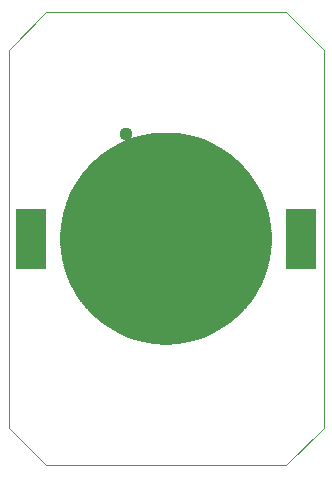
<source format=gbs>
G75*
%MOIN*%
%OFA0B0*%
%FSLAX25Y25*%
%IPPOS*%
%LPD*%
%AMOC8*
5,1,8,0,0,1.08239X$1,22.5*
%
%ADD10C,0.00400*%
%ADD11C,0.00500*%
%ADD12C,0.35400*%
%ADD13R,0.10400X0.20400*%
%ADD14C,0.00000*%
%ADD15C,0.04300*%
D10*
X0013750Y0001250D02*
X0001250Y0013750D01*
X0001250Y0139750D01*
X0013750Y0152250D01*
X0093750Y0152250D01*
X0106250Y0139750D01*
X0106250Y0013750D01*
X0093750Y0001250D01*
X0013750Y0001250D01*
D11*
X0038564Y0045216D02*
X0042190Y0043714D01*
X0045962Y0042628D01*
X0049831Y0041970D01*
X0053750Y0041750D01*
X0057669Y0041970D01*
X0061538Y0042628D01*
X0065310Y0043714D01*
X0068936Y0045216D01*
X0072371Y0047115D01*
X0075572Y0049386D01*
X0078499Y0052001D01*
X0081114Y0054928D01*
X0083385Y0058129D01*
X0085284Y0061564D01*
X0086786Y0065190D01*
X0087872Y0068962D01*
X0088530Y0072831D01*
X0088750Y0076750D01*
X0088530Y0080669D01*
X0087872Y0084538D01*
X0086786Y0088310D01*
X0085284Y0091936D01*
X0083385Y0095371D01*
X0081114Y0098572D01*
X0078499Y0101499D01*
X0075572Y0104114D01*
X0072371Y0106385D01*
X0068936Y0108284D01*
X0065310Y0109786D01*
X0061538Y0110872D01*
X0057669Y0111530D01*
X0053750Y0111750D01*
X0049831Y0111530D01*
X0045962Y0110872D01*
X0042190Y0109786D01*
X0038564Y0108284D01*
X0035129Y0106385D01*
X0031928Y0104114D01*
X0029001Y0101499D01*
X0026386Y0098572D01*
X0024115Y0095371D01*
X0022216Y0091936D01*
X0020714Y0088310D01*
X0019628Y0084538D01*
X0018970Y0080669D01*
X0018750Y0076750D01*
X0018970Y0072831D01*
X0019628Y0068962D01*
X0020714Y0065190D01*
X0022216Y0061564D01*
X0024115Y0058129D01*
X0026386Y0054928D01*
X0029001Y0052001D01*
X0031928Y0049386D01*
X0035129Y0047115D01*
X0038564Y0045216D01*
X0038798Y0045119D02*
X0068702Y0045119D01*
X0069662Y0045618D02*
X0037838Y0045618D01*
X0036936Y0046116D02*
X0070564Y0046116D01*
X0071466Y0046615D02*
X0036034Y0046615D01*
X0035132Y0047113D02*
X0072368Y0047113D01*
X0073071Y0047612D02*
X0034429Y0047612D01*
X0033726Y0048110D02*
X0073774Y0048110D01*
X0074477Y0048609D02*
X0033023Y0048609D01*
X0032321Y0049107D02*
X0075179Y0049107D01*
X0075818Y0049606D02*
X0031682Y0049606D01*
X0031124Y0050104D02*
X0076376Y0050104D01*
X0076934Y0050603D02*
X0030566Y0050603D01*
X0030009Y0051101D02*
X0077491Y0051101D01*
X0078049Y0051600D02*
X0029451Y0051600D01*
X0028915Y0052098D02*
X0078585Y0052098D01*
X0079031Y0052597D02*
X0028469Y0052597D01*
X0028024Y0053095D02*
X0079476Y0053095D01*
X0079922Y0053594D02*
X0027578Y0053594D01*
X0027133Y0054092D02*
X0080367Y0054092D01*
X0080813Y0054591D02*
X0026687Y0054591D01*
X0026271Y0055089D02*
X0081229Y0055089D01*
X0081582Y0055588D02*
X0025918Y0055588D01*
X0025564Y0056086D02*
X0081936Y0056086D01*
X0082290Y0056585D02*
X0025210Y0056585D01*
X0024857Y0057083D02*
X0082643Y0057083D01*
X0082997Y0057582D02*
X0024503Y0057582D01*
X0024149Y0058080D02*
X0083351Y0058080D01*
X0083634Y0058579D02*
X0023866Y0058579D01*
X0023590Y0059077D02*
X0083910Y0059077D01*
X0084185Y0059576D02*
X0023315Y0059576D01*
X0023039Y0060074D02*
X0084461Y0060074D01*
X0084736Y0060573D02*
X0022764Y0060573D01*
X0022488Y0061071D02*
X0085012Y0061071D01*
X0085286Y0061570D02*
X0022214Y0061570D01*
X0022007Y0062068D02*
X0085493Y0062068D01*
X0085699Y0062567D02*
X0021801Y0062567D01*
X0021594Y0063065D02*
X0085906Y0063065D01*
X0086112Y0063564D02*
X0021388Y0063564D01*
X0021181Y0064062D02*
X0086319Y0064062D01*
X0086525Y0064561D02*
X0020975Y0064561D01*
X0020768Y0065059D02*
X0086732Y0065059D01*
X0086892Y0065558D02*
X0020608Y0065558D01*
X0020465Y0066056D02*
X0087035Y0066056D01*
X0087179Y0066555D02*
X0020321Y0066555D01*
X0020177Y0067053D02*
X0087323Y0067053D01*
X0087466Y0067552D02*
X0020034Y0067552D01*
X0019890Y0068051D02*
X0087610Y0068051D01*
X0087754Y0068549D02*
X0019746Y0068549D01*
X0019613Y0069048D02*
X0087887Y0069048D01*
X0087972Y0069546D02*
X0019528Y0069546D01*
X0019444Y0070045D02*
X0088056Y0070045D01*
X0088141Y0070543D02*
X0019359Y0070543D01*
X0019274Y0071042D02*
X0088226Y0071042D01*
X0088311Y0071540D02*
X0019189Y0071540D01*
X0019105Y0072039D02*
X0088395Y0072039D01*
X0088480Y0072537D02*
X0019020Y0072537D01*
X0018959Y0073036D02*
X0088541Y0073036D01*
X0088569Y0073534D02*
X0018931Y0073534D01*
X0018903Y0074033D02*
X0088597Y0074033D01*
X0088625Y0074531D02*
X0018875Y0074531D01*
X0018847Y0075030D02*
X0088653Y0075030D01*
X0088681Y0075528D02*
X0018819Y0075528D01*
X0018791Y0076027D02*
X0088709Y0076027D01*
X0088737Y0076525D02*
X0018763Y0076525D01*
X0018765Y0077024D02*
X0088735Y0077024D01*
X0088707Y0077522D02*
X0018793Y0077522D01*
X0018821Y0078021D02*
X0088679Y0078021D01*
X0088651Y0078519D02*
X0018849Y0078519D01*
X0018877Y0079018D02*
X0088623Y0079018D01*
X0088595Y0079516D02*
X0018905Y0079516D01*
X0018933Y0080015D02*
X0088567Y0080015D01*
X0088539Y0080513D02*
X0018961Y0080513D01*
X0019028Y0081012D02*
X0088472Y0081012D01*
X0088387Y0081510D02*
X0019113Y0081510D01*
X0019198Y0082009D02*
X0088302Y0082009D01*
X0088218Y0082507D02*
X0019282Y0082507D01*
X0019367Y0083006D02*
X0088133Y0083006D01*
X0088048Y0083504D02*
X0019452Y0083504D01*
X0019537Y0084003D02*
X0087963Y0084003D01*
X0087879Y0084501D02*
X0019621Y0084501D01*
X0019761Y0085000D02*
X0087739Y0085000D01*
X0087596Y0085498D02*
X0019904Y0085498D01*
X0020048Y0085997D02*
X0087452Y0085997D01*
X0087309Y0086495D02*
X0020191Y0086495D01*
X0020335Y0086994D02*
X0087165Y0086994D01*
X0087021Y0087492D02*
X0020479Y0087492D01*
X0020622Y0087991D02*
X0086878Y0087991D01*
X0086711Y0088489D02*
X0020789Y0088489D01*
X0020995Y0088988D02*
X0086505Y0088988D01*
X0086298Y0089487D02*
X0021202Y0089487D01*
X0021408Y0089985D02*
X0086092Y0089985D01*
X0085886Y0090484D02*
X0021614Y0090484D01*
X0021821Y0090982D02*
X0085679Y0090982D01*
X0085473Y0091481D02*
X0022027Y0091481D01*
X0022240Y0091979D02*
X0085260Y0091979D01*
X0084985Y0092478D02*
X0022515Y0092478D01*
X0022791Y0092976D02*
X0084709Y0092976D01*
X0084434Y0093475D02*
X0023066Y0093475D01*
X0023342Y0093973D02*
X0084158Y0093973D01*
X0083882Y0094472D02*
X0023618Y0094472D01*
X0023893Y0094970D02*
X0083607Y0094970D01*
X0083316Y0095469D02*
X0024184Y0095469D01*
X0024538Y0095967D02*
X0082962Y0095967D01*
X0082609Y0096466D02*
X0024891Y0096466D01*
X0025245Y0096964D02*
X0082255Y0096964D01*
X0081901Y0097463D02*
X0025599Y0097463D01*
X0025952Y0097961D02*
X0081548Y0097961D01*
X0081194Y0098460D02*
X0026306Y0098460D01*
X0026731Y0098958D02*
X0080769Y0098958D01*
X0080324Y0099457D02*
X0027176Y0099457D01*
X0027622Y0099955D02*
X0079878Y0099955D01*
X0079433Y0100454D02*
X0028067Y0100454D01*
X0028513Y0100952D02*
X0078987Y0100952D01*
X0078542Y0101451D02*
X0028958Y0101451D01*
X0029505Y0101949D02*
X0077995Y0101949D01*
X0077437Y0102448D02*
X0030063Y0102448D01*
X0030621Y0102946D02*
X0076879Y0102946D01*
X0076321Y0103445D02*
X0031179Y0103445D01*
X0031737Y0103943D02*
X0075763Y0103943D01*
X0075110Y0104442D02*
X0032390Y0104442D01*
X0033092Y0104940D02*
X0074408Y0104940D01*
X0073705Y0105439D02*
X0033795Y0105439D01*
X0034498Y0105937D02*
X0073002Y0105937D01*
X0072280Y0106436D02*
X0035220Y0106436D01*
X0036122Y0106934D02*
X0071378Y0106934D01*
X0070476Y0107433D02*
X0037024Y0107433D01*
X0037926Y0107931D02*
X0069574Y0107931D01*
X0068583Y0108430D02*
X0038917Y0108430D01*
X0040120Y0108928D02*
X0067380Y0108928D01*
X0066176Y0109427D02*
X0041324Y0109427D01*
X0042675Y0109925D02*
X0064825Y0109925D01*
X0063095Y0110424D02*
X0044405Y0110424D01*
X0046256Y0110922D02*
X0061244Y0110922D01*
X0058310Y0111421D02*
X0049190Y0111421D01*
X0040002Y0044620D02*
X0067498Y0044620D01*
X0066295Y0044122D02*
X0041206Y0044122D01*
X0042505Y0043623D02*
X0064995Y0043623D01*
X0063265Y0043125D02*
X0044235Y0043125D01*
X0045968Y0042626D02*
X0061532Y0042626D01*
X0058598Y0042128D02*
X0048902Y0042128D01*
D12*
X0053750Y0076750D03*
D13*
X0098750Y0076750D03*
X0008750Y0076750D03*
D14*
X0038300Y0103750D02*
X0038302Y0103838D01*
X0038308Y0103926D01*
X0038318Y0104014D01*
X0038332Y0104101D01*
X0038350Y0104187D01*
X0038371Y0104272D01*
X0038397Y0104357D01*
X0038426Y0104440D01*
X0038459Y0104522D01*
X0038496Y0104602D01*
X0038536Y0104680D01*
X0038580Y0104757D01*
X0038627Y0104831D01*
X0038678Y0104903D01*
X0038731Y0104973D01*
X0038788Y0105041D01*
X0038848Y0105105D01*
X0038911Y0105167D01*
X0038976Y0105226D01*
X0039044Y0105282D01*
X0039115Y0105335D01*
X0039187Y0105385D01*
X0039262Y0105431D01*
X0039339Y0105474D01*
X0039418Y0105514D01*
X0039499Y0105549D01*
X0039581Y0105582D01*
X0039664Y0105610D01*
X0039749Y0105635D01*
X0039835Y0105655D01*
X0039921Y0105672D01*
X0040008Y0105685D01*
X0040096Y0105694D01*
X0040184Y0105699D01*
X0040272Y0105700D01*
X0040360Y0105697D01*
X0040448Y0105690D01*
X0040535Y0105679D01*
X0040622Y0105664D01*
X0040708Y0105645D01*
X0040794Y0105623D01*
X0040878Y0105596D01*
X0040960Y0105566D01*
X0041042Y0105532D01*
X0041122Y0105494D01*
X0041199Y0105453D01*
X0041275Y0105409D01*
X0041349Y0105361D01*
X0041421Y0105309D01*
X0041490Y0105255D01*
X0041557Y0105197D01*
X0041621Y0105137D01*
X0041682Y0105073D01*
X0041741Y0105007D01*
X0041796Y0104939D01*
X0041848Y0104867D01*
X0041897Y0104794D01*
X0041942Y0104719D01*
X0041984Y0104641D01*
X0042023Y0104562D01*
X0042058Y0104481D01*
X0042089Y0104398D01*
X0042116Y0104315D01*
X0042140Y0104230D01*
X0042160Y0104144D01*
X0042176Y0104057D01*
X0042188Y0103970D01*
X0042196Y0103882D01*
X0042200Y0103794D01*
X0042200Y0103706D01*
X0042196Y0103618D01*
X0042188Y0103530D01*
X0042176Y0103443D01*
X0042160Y0103356D01*
X0042140Y0103270D01*
X0042116Y0103185D01*
X0042089Y0103102D01*
X0042058Y0103019D01*
X0042023Y0102938D01*
X0041984Y0102859D01*
X0041942Y0102781D01*
X0041897Y0102706D01*
X0041848Y0102633D01*
X0041796Y0102561D01*
X0041741Y0102493D01*
X0041682Y0102427D01*
X0041621Y0102363D01*
X0041557Y0102303D01*
X0041490Y0102245D01*
X0041421Y0102191D01*
X0041349Y0102139D01*
X0041275Y0102091D01*
X0041199Y0102047D01*
X0041122Y0102006D01*
X0041042Y0101968D01*
X0040960Y0101934D01*
X0040878Y0101904D01*
X0040794Y0101877D01*
X0040708Y0101855D01*
X0040622Y0101836D01*
X0040535Y0101821D01*
X0040448Y0101810D01*
X0040360Y0101803D01*
X0040272Y0101800D01*
X0040184Y0101801D01*
X0040096Y0101806D01*
X0040008Y0101815D01*
X0039921Y0101828D01*
X0039835Y0101845D01*
X0039749Y0101865D01*
X0039664Y0101890D01*
X0039581Y0101918D01*
X0039499Y0101951D01*
X0039418Y0101986D01*
X0039339Y0102026D01*
X0039262Y0102069D01*
X0039187Y0102115D01*
X0039115Y0102165D01*
X0039044Y0102218D01*
X0038976Y0102274D01*
X0038911Y0102333D01*
X0038848Y0102395D01*
X0038788Y0102459D01*
X0038731Y0102527D01*
X0038678Y0102597D01*
X0038627Y0102669D01*
X0038580Y0102743D01*
X0038536Y0102820D01*
X0038496Y0102898D01*
X0038459Y0102978D01*
X0038426Y0103060D01*
X0038397Y0103143D01*
X0038371Y0103228D01*
X0038350Y0103313D01*
X0038332Y0103399D01*
X0038318Y0103486D01*
X0038308Y0103574D01*
X0038302Y0103662D01*
X0038300Y0103750D01*
X0038300Y0111750D02*
X0038302Y0111838D01*
X0038308Y0111926D01*
X0038318Y0112014D01*
X0038332Y0112101D01*
X0038350Y0112187D01*
X0038371Y0112272D01*
X0038397Y0112357D01*
X0038426Y0112440D01*
X0038459Y0112522D01*
X0038496Y0112602D01*
X0038536Y0112680D01*
X0038580Y0112757D01*
X0038627Y0112831D01*
X0038678Y0112903D01*
X0038731Y0112973D01*
X0038788Y0113041D01*
X0038848Y0113105D01*
X0038911Y0113167D01*
X0038976Y0113226D01*
X0039044Y0113282D01*
X0039115Y0113335D01*
X0039187Y0113385D01*
X0039262Y0113431D01*
X0039339Y0113474D01*
X0039418Y0113514D01*
X0039499Y0113549D01*
X0039581Y0113582D01*
X0039664Y0113610D01*
X0039749Y0113635D01*
X0039835Y0113655D01*
X0039921Y0113672D01*
X0040008Y0113685D01*
X0040096Y0113694D01*
X0040184Y0113699D01*
X0040272Y0113700D01*
X0040360Y0113697D01*
X0040448Y0113690D01*
X0040535Y0113679D01*
X0040622Y0113664D01*
X0040708Y0113645D01*
X0040794Y0113623D01*
X0040878Y0113596D01*
X0040960Y0113566D01*
X0041042Y0113532D01*
X0041122Y0113494D01*
X0041199Y0113453D01*
X0041275Y0113409D01*
X0041349Y0113361D01*
X0041421Y0113309D01*
X0041490Y0113255D01*
X0041557Y0113197D01*
X0041621Y0113137D01*
X0041682Y0113073D01*
X0041741Y0113007D01*
X0041796Y0112939D01*
X0041848Y0112867D01*
X0041897Y0112794D01*
X0041942Y0112719D01*
X0041984Y0112641D01*
X0042023Y0112562D01*
X0042058Y0112481D01*
X0042089Y0112398D01*
X0042116Y0112315D01*
X0042140Y0112230D01*
X0042160Y0112144D01*
X0042176Y0112057D01*
X0042188Y0111970D01*
X0042196Y0111882D01*
X0042200Y0111794D01*
X0042200Y0111706D01*
X0042196Y0111618D01*
X0042188Y0111530D01*
X0042176Y0111443D01*
X0042160Y0111356D01*
X0042140Y0111270D01*
X0042116Y0111185D01*
X0042089Y0111102D01*
X0042058Y0111019D01*
X0042023Y0110938D01*
X0041984Y0110859D01*
X0041942Y0110781D01*
X0041897Y0110706D01*
X0041848Y0110633D01*
X0041796Y0110561D01*
X0041741Y0110493D01*
X0041682Y0110427D01*
X0041621Y0110363D01*
X0041557Y0110303D01*
X0041490Y0110245D01*
X0041421Y0110191D01*
X0041349Y0110139D01*
X0041275Y0110091D01*
X0041199Y0110047D01*
X0041122Y0110006D01*
X0041042Y0109968D01*
X0040960Y0109934D01*
X0040878Y0109904D01*
X0040794Y0109877D01*
X0040708Y0109855D01*
X0040622Y0109836D01*
X0040535Y0109821D01*
X0040448Y0109810D01*
X0040360Y0109803D01*
X0040272Y0109800D01*
X0040184Y0109801D01*
X0040096Y0109806D01*
X0040008Y0109815D01*
X0039921Y0109828D01*
X0039835Y0109845D01*
X0039749Y0109865D01*
X0039664Y0109890D01*
X0039581Y0109918D01*
X0039499Y0109951D01*
X0039418Y0109986D01*
X0039339Y0110026D01*
X0039262Y0110069D01*
X0039187Y0110115D01*
X0039115Y0110165D01*
X0039044Y0110218D01*
X0038976Y0110274D01*
X0038911Y0110333D01*
X0038848Y0110395D01*
X0038788Y0110459D01*
X0038731Y0110527D01*
X0038678Y0110597D01*
X0038627Y0110669D01*
X0038580Y0110743D01*
X0038536Y0110820D01*
X0038496Y0110898D01*
X0038459Y0110978D01*
X0038426Y0111060D01*
X0038397Y0111143D01*
X0038371Y0111228D01*
X0038350Y0111313D01*
X0038332Y0111399D01*
X0038318Y0111486D01*
X0038308Y0111574D01*
X0038302Y0111662D01*
X0038300Y0111750D01*
X0058300Y0107750D02*
X0058302Y0107838D01*
X0058308Y0107926D01*
X0058318Y0108014D01*
X0058332Y0108101D01*
X0058350Y0108187D01*
X0058371Y0108272D01*
X0058397Y0108357D01*
X0058426Y0108440D01*
X0058459Y0108522D01*
X0058496Y0108602D01*
X0058536Y0108680D01*
X0058580Y0108757D01*
X0058627Y0108831D01*
X0058678Y0108903D01*
X0058731Y0108973D01*
X0058788Y0109041D01*
X0058848Y0109105D01*
X0058911Y0109167D01*
X0058976Y0109226D01*
X0059044Y0109282D01*
X0059115Y0109335D01*
X0059187Y0109385D01*
X0059262Y0109431D01*
X0059339Y0109474D01*
X0059418Y0109514D01*
X0059499Y0109549D01*
X0059581Y0109582D01*
X0059664Y0109610D01*
X0059749Y0109635D01*
X0059835Y0109655D01*
X0059921Y0109672D01*
X0060008Y0109685D01*
X0060096Y0109694D01*
X0060184Y0109699D01*
X0060272Y0109700D01*
X0060360Y0109697D01*
X0060448Y0109690D01*
X0060535Y0109679D01*
X0060622Y0109664D01*
X0060708Y0109645D01*
X0060794Y0109623D01*
X0060878Y0109596D01*
X0060960Y0109566D01*
X0061042Y0109532D01*
X0061122Y0109494D01*
X0061199Y0109453D01*
X0061275Y0109409D01*
X0061349Y0109361D01*
X0061421Y0109309D01*
X0061490Y0109255D01*
X0061557Y0109197D01*
X0061621Y0109137D01*
X0061682Y0109073D01*
X0061741Y0109007D01*
X0061796Y0108939D01*
X0061848Y0108867D01*
X0061897Y0108794D01*
X0061942Y0108719D01*
X0061984Y0108641D01*
X0062023Y0108562D01*
X0062058Y0108481D01*
X0062089Y0108398D01*
X0062116Y0108315D01*
X0062140Y0108230D01*
X0062160Y0108144D01*
X0062176Y0108057D01*
X0062188Y0107970D01*
X0062196Y0107882D01*
X0062200Y0107794D01*
X0062200Y0107706D01*
X0062196Y0107618D01*
X0062188Y0107530D01*
X0062176Y0107443D01*
X0062160Y0107356D01*
X0062140Y0107270D01*
X0062116Y0107185D01*
X0062089Y0107102D01*
X0062058Y0107019D01*
X0062023Y0106938D01*
X0061984Y0106859D01*
X0061942Y0106781D01*
X0061897Y0106706D01*
X0061848Y0106633D01*
X0061796Y0106561D01*
X0061741Y0106493D01*
X0061682Y0106427D01*
X0061621Y0106363D01*
X0061557Y0106303D01*
X0061490Y0106245D01*
X0061421Y0106191D01*
X0061349Y0106139D01*
X0061275Y0106091D01*
X0061199Y0106047D01*
X0061122Y0106006D01*
X0061042Y0105968D01*
X0060960Y0105934D01*
X0060878Y0105904D01*
X0060794Y0105877D01*
X0060708Y0105855D01*
X0060622Y0105836D01*
X0060535Y0105821D01*
X0060448Y0105810D01*
X0060360Y0105803D01*
X0060272Y0105800D01*
X0060184Y0105801D01*
X0060096Y0105806D01*
X0060008Y0105815D01*
X0059921Y0105828D01*
X0059835Y0105845D01*
X0059749Y0105865D01*
X0059664Y0105890D01*
X0059581Y0105918D01*
X0059499Y0105951D01*
X0059418Y0105986D01*
X0059339Y0106026D01*
X0059262Y0106069D01*
X0059187Y0106115D01*
X0059115Y0106165D01*
X0059044Y0106218D01*
X0058976Y0106274D01*
X0058911Y0106333D01*
X0058848Y0106395D01*
X0058788Y0106459D01*
X0058731Y0106527D01*
X0058678Y0106597D01*
X0058627Y0106669D01*
X0058580Y0106743D01*
X0058536Y0106820D01*
X0058496Y0106898D01*
X0058459Y0106978D01*
X0058426Y0107060D01*
X0058397Y0107143D01*
X0058371Y0107228D01*
X0058350Y0107313D01*
X0058332Y0107399D01*
X0058318Y0107486D01*
X0058308Y0107574D01*
X0058302Y0107662D01*
X0058300Y0107750D01*
D15*
X0060250Y0107750D03*
X0040250Y0103750D03*
X0040250Y0111750D03*
M02*

</source>
